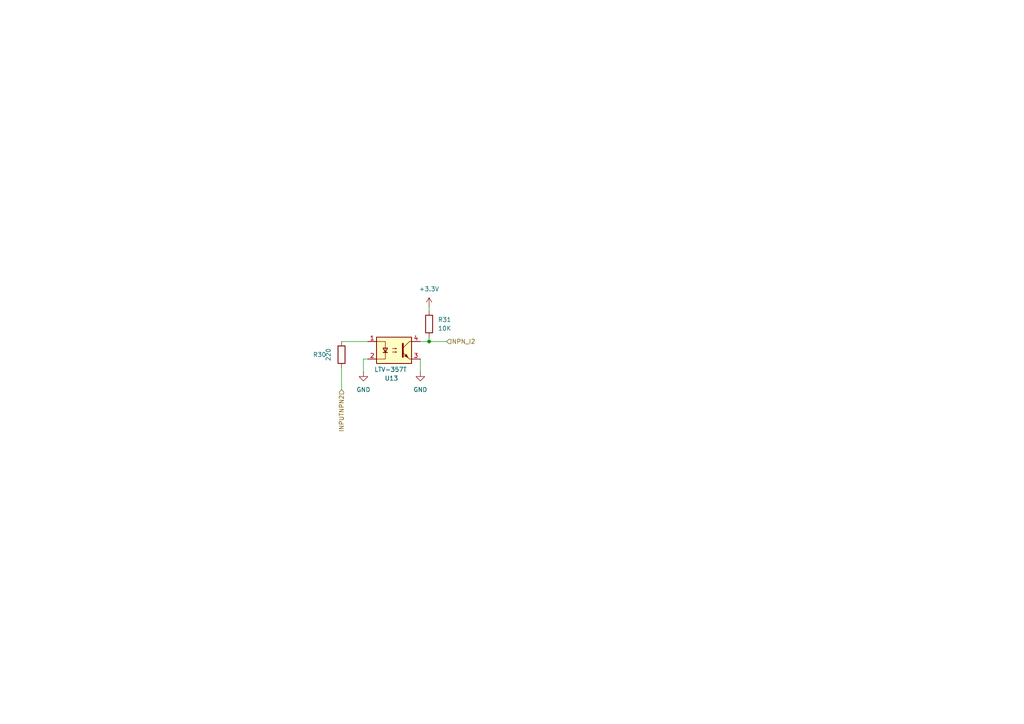
<source format=kicad_sch>
(kicad_sch (version 20250114) (generator "eeschema") (generator_version "9.0")
  (paper "A4")
  (lib_symbols
    (symbol "Device:R" (pin_numbers (hide yes)) (pin_names (offset 0))
      (property "Reference" "R" (at 2.032 0 90))
      (property "Value" "R" (at 0 0 90))
      (symbol "R_0_1"
        (rectangle (start -1.016 -2.54) (end 1.016 2.54) (stroke (width 0.254)))
      )
      (symbol "R_1_1"
        (pin passive line (at 0 3.81 270) (length 1.27) (name "~") (number "1"))
        (pin passive line (at 0 -3.81 90) (length 1.27) (name "~") (number "2"))
      )
    )
    (symbol "Isolator:LTV-357T" (pin_names (offset 1.016))
      (property "Reference" "U" (at -5.334 4.826 0))
      (property "Value" "LTV-357T" (at 0 5.08 0))
      (symbol "LTV-357T_0_1"
        (rectangle (start -5.08 3.81) (end 5.08 -3.81) (stroke (width 0.254)) (fill (type background)))
        (polyline (pts (xy -5.08 2.54) (xy -2.54 2.54) (xy -2.54 -0.762)))
        (polyline (pts (xy -3.175 -0.635) (xy -1.905 -0.635)) (stroke (width 0.254)))
        (polyline (pts (xy -2.54 -0.635) (xy -2.54 -2.54) (xy -5.08 -2.54)))
        (polyline (pts (xy -2.54 -0.635) (xy -3.175 0.635) (xy -1.905 0.635) (xy -2.54 -0.635)) (stroke (width 0.254)))
        (polyline (pts (xy -0.508 0.508) (xy 0.762 0.508) (xy 0.381 0.381) (xy 0.381 0.635) (xy 0.762 0.508)))
        (polyline (pts (xy -0.508 -0.508) (xy 0.762 -0.508) (xy 0.381 -0.635) (xy 0.381 -0.381) (xy 0.762 -0.508)))
        (polyline (pts (xy 2.54 1.905) (xy 2.54 -1.905) (xy 2.54 -1.905)) (stroke (width 0.508)))
        (polyline (pts (xy 2.54 0.635) (xy 4.445 2.54)))
        (polyline (pts (xy 3.048 -1.651) (xy 3.556 -1.143) (xy 4.064 -2.159) (xy 3.048 -1.651) (xy 3.048 -1.651)) (fill (type outline)))
        (polyline (pts (xy 4.445 2.54) (xy 5.08 2.54)))
        (polyline (pts (xy 4.445 -2.54) (xy 2.54 -0.635)) (fill (type outline)))
        (polyline (pts (xy 4.445 -2.54) (xy 5.08 -2.54)))
      )
      (symbol "LTV-357T_1_1"
        (pin passive line (at -7.62 2.54 0) (length 2.54) (name "~") (number "1"))
        (pin passive line (at -7.62 -2.54 0) (length 2.54) (name "~") (number "2"))
        (pin passive line (at 7.62 2.54 180) (length 2.54) (name "~") (number "4"))
        (pin passive line (at 7.62 -2.54 180) (length 2.54) (name "~") (number "3"))
      )
    )
    (symbol "power:+3.3V" (power) (pin_numbers (hide yes)) (pin_names (offset 0) (hide yes))
      (property "Value" "+3.3V" (at 0 3.556 0))
      (symbol "+3.3V_0_1"
        (polyline (pts (xy -0.762 1.27) (xy 0 2.54)))
        (polyline (pts (xy 0 2.54) (xy 0.762 1.27)))
        (polyline (pts (xy 0 0) (xy 0 2.54)))
      )
      (symbol "+3.3V_1_1"
        (pin power_in line (at 0 0 90) (length 0) (name "~") (number "1"))
      )
    )
    (symbol "power:GND" (power) (pin_numbers (hide yes)) (pin_names (offset 0) (hide yes))
      (property "Value" "GND" (at 0 -3.81 0))
      (symbol "GND_0_1"
        (polyline (pts (xy 0 0) (xy 0 -1.27) (xy 1.27 -1.27) (xy 0 -2.54) (xy -1.27 -1.27) (xy 0 -1.27)))
      )
      (symbol "GND_1_1"
        (pin power_in line (at 0 0 270) (length 0) (name "~") (number "1"))
      )
    )
  )
  (junction (at 124.46 99.06))
  (wire (pts (xy 105.41 107.95) (xy 105.41 104.14)))
  (wire (pts (xy 124.46 99.06) (xy 124.46 97.79)))
  (wire (pts (xy 105.41 104.14) (xy 106.68 104.14)))
  (wire (pts (xy 124.46 88.9) (xy 124.46 90.17)))
  (wire (pts (xy 99.06 99.06) (xy 106.68 99.06)))
  (wire (pts (xy 124.46 99.06) (xy 129.54 99.06)))
  (wire (pts (xy 121.92 104.14) (xy 121.92 107.95)))
  (wire (pts (xy 99.06 113.03) (xy 99.06 106.68)))
  (wire (pts (xy 121.92 99.06) (xy 124.46 99.06)))
  (hierarchical_label "NPN_I2" (shape input) (at 129.54 99.06 0))
  (hierarchical_label "INPUTNPN2" (shape input) (at 99.06 113.03 270))
  (symbol (lib_id "Device:R") (at 124.46 93.98 180) (unit 1)
    (property "Reference" "R29" (at 127 92.7099 0) (effects (justify right)))
    (property "Value" "10K" (at 127 95.2499 0) (effects (justify right)))
    (property "Footprint" "PCM_4ms_Resistor:R_0603" (effects (hide yes)))
    (property "Description" "Resistor" (effects (hide yes)))
    (instances (project "ZORIONX" (path "" (reference "R31") (unit 1)) (path "" (reference "R29") (unit 1))))
  )
  (symbol (lib_id "Isolator:LTV-357T") (at 114.3 101.6 0) (unit 1)
    (property "Reference" "U12" (at 113.538 109.728 0))
    (property "Value" "LTV-357T" (at 113.284 107.188 0))
    (property "Footprint" "Package_SO:SO-4_4.4x3.6mm_P2.54mm" (effects (hide yes)))
    (property "Datasheet" "https://www.buerklin.com/medias/sys_master/download/download/h91/ha0/8892020588574.pdf" (effects (hide yes)))
    (property "Description" "DC Optocoupler, Vce 35V, CTR 50%, SO-4" (effects (hide yes)))
    (instances (project "ZORIONX" (path "" (reference "U13") (unit 1)) (path "" (reference "U12") (unit 1))))
  )
  (symbol (lib_id "power:GND") (at 105.41 107.95 0) (unit 1)
    (property "Reference" "#PWR053" (effects (hide yes)))
    (property "Value" "GND" (at 105.41 113.03 0))
    (property "Description" "Power symbol creates a global label with name \"GND\" , ground" (effects (hide yes)))
    (instances (project "ZORIONX" (path "" (reference "#PWR056") (unit 1)) (path "" (reference "#PWR053") (unit 1))))
  )
  (symbol (lib_id "power:+3.3V") (at 124.46 88.9 0) (unit 1)
    (property "Reference" "#PWR054" (effects (hide yes)))
    (property "Value" "+3.3V" (at 124.46 83.82 0))
    (property "Description" "Power symbol creates a global label with name \"+3.3V\"" (effects (hide yes)))
    (instances (project "" (path "" (reference "#PWR057") (unit 1)) (path "" (reference "#PWR054") (unit 1))))
  )
  (symbol (lib_id "Device:R") (at 99.06 102.87 180) (unit 1)
    (property "Reference" "R28" (at 92.71 102.87 0))
    (property "Value" "220" (at 95.25 102.87 90))
    (property "Footprint" "PCM_4ms_Resistor:R_0603" (effects (hide yes)))
    (property "Description" "Resistor" (effects (hide yes)))
    (instances (project "ZORIONX" (path "" (reference "R30") (unit 1)) (path "" (reference "R28") (unit 1))))
  )
  (symbol (lib_id "power:GND") (at 121.92 107.95 0) (unit 1)
    (property "Reference" "#PWR055" (effects (hide yes)))
    (property "Value" "GND" (at 121.92 113.03 0))
    (property "Description" "Power symbol creates a global label with name \"GND\" , ground" (effects (hide yes)))
    (instances (project "ZORIONX" (path "" (reference "#PWR058") (unit 1)) (path "" (reference "#PWR055") (unit 1))))
  )
)
</source>
